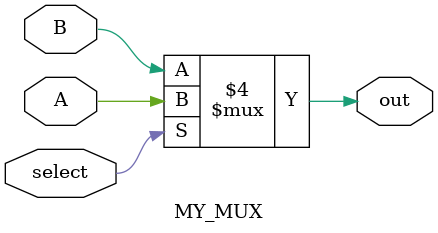
<source format=v>
module MY_MUX(A, B, select, out);
	input A, B, select;
	output out;
	reg out;
	
always @(B or A or select)
	if (select == 0)
		out = B;
	else
		out = A;//new data
endmodule

</source>
